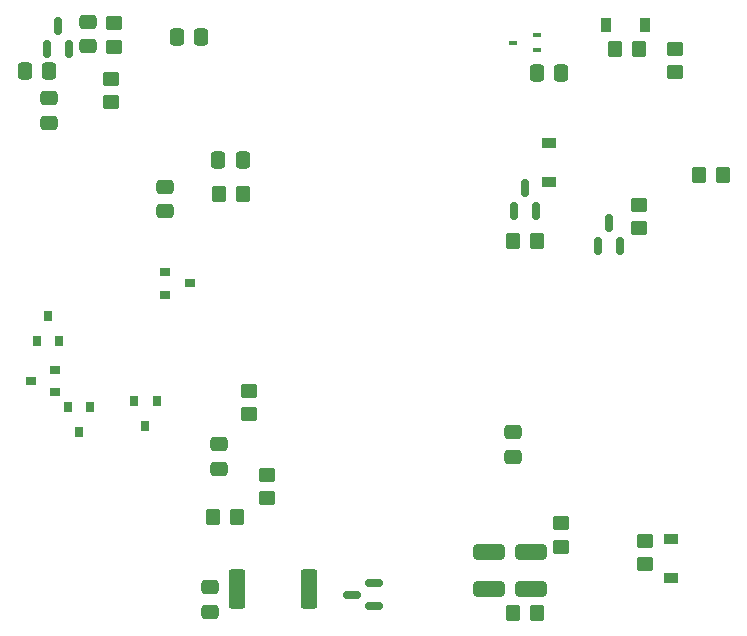
<source format=gbr>
%TF.GenerationSoftware,KiCad,Pcbnew,6.0.2+dfsg-1*%
%TF.CreationDate,2023-01-06T14:58:20-05:00*%
%TF.ProjectId,qwiic-obd,71776969-632d-46f6-9264-2e6b69636164,rev?*%
%TF.SameCoordinates,Original*%
%TF.FileFunction,Paste,Bot*%
%TF.FilePolarity,Positive*%
%FSLAX46Y46*%
G04 Gerber Fmt 4.6, Leading zero omitted, Abs format (unit mm)*
G04 Created by KiCad (PCBNEW 6.0.2+dfsg-1) date 2023-01-06 14:58:20*
%MOMM*%
%LPD*%
G01*
G04 APERTURE LIST*
G04 Aperture macros list*
%AMRoundRect*
0 Rectangle with rounded corners*
0 $1 Rounding radius*
0 $2 $3 $4 $5 $6 $7 $8 $9 X,Y pos of 4 corners*
0 Add a 4 corners polygon primitive as box body*
4,1,4,$2,$3,$4,$5,$6,$7,$8,$9,$2,$3,0*
0 Add four circle primitives for the rounded corners*
1,1,$1+$1,$2,$3*
1,1,$1+$1,$4,$5*
1,1,$1+$1,$6,$7*
1,1,$1+$1,$8,$9*
0 Add four rect primitives between the rounded corners*
20,1,$1+$1,$2,$3,$4,$5,0*
20,1,$1+$1,$4,$5,$6,$7,0*
20,1,$1+$1,$6,$7,$8,$9,0*
20,1,$1+$1,$8,$9,$2,$3,0*%
G04 Aperture macros list end*
%ADD10R,0.797560X0.899160*%
%ADD11R,0.899160X0.797560*%
%ADD12RoundRect,0.250000X0.475000X-0.337500X0.475000X0.337500X-0.475000X0.337500X-0.475000X-0.337500X0*%
%ADD13RoundRect,0.250000X-0.450000X0.350000X-0.450000X-0.350000X0.450000X-0.350000X0.450000X0.350000X0*%
%ADD14RoundRect,0.250000X-0.350000X-0.450000X0.350000X-0.450000X0.350000X0.450000X-0.350000X0.450000X0*%
%ADD15RoundRect,0.250000X-0.337500X-0.475000X0.337500X-0.475000X0.337500X0.475000X-0.337500X0.475000X0*%
%ADD16RoundRect,0.250000X-0.475000X0.337500X-0.475000X-0.337500X0.475000X-0.337500X0.475000X0.337500X0*%
%ADD17RoundRect,0.250000X0.450000X-0.350000X0.450000X0.350000X-0.450000X0.350000X-0.450000X-0.350000X0*%
%ADD18RoundRect,0.150000X0.150000X-0.587500X0.150000X0.587500X-0.150000X0.587500X-0.150000X-0.587500X0*%
%ADD19RoundRect,0.150000X0.587500X0.150000X-0.587500X0.150000X-0.587500X-0.150000X0.587500X-0.150000X0*%
%ADD20RoundRect,0.250000X0.337500X0.475000X-0.337500X0.475000X-0.337500X-0.475000X0.337500X-0.475000X0*%
%ADD21RoundRect,0.250000X0.350000X0.450000X-0.350000X0.450000X-0.350000X-0.450000X0.350000X-0.450000X0*%
%ADD22R,0.900000X1.200000*%
%ADD23R,0.700000X0.450000*%
%ADD24R,1.200000X0.900000*%
%ADD25RoundRect,0.250000X1.075000X-0.400000X1.075000X0.400000X-1.075000X0.400000X-1.075000X-0.400000X0*%
%ADD26RoundRect,0.249999X-0.450001X-1.425001X0.450001X-1.425001X0.450001X1.425001X-0.450001X1.425001X0*%
G04 APERTURE END LIST*
D10*
%TO.C,D102*%
X113979960Y-99931220D03*
X112080040Y-99931220D03*
X113030000Y-97833180D03*
%TD*%
D11*
%TO.C,D101*%
X113665000Y-102362000D03*
X113665000Y-104261920D03*
X111566960Y-103311960D03*
%TD*%
D12*
%TO.C,C301*%
X126746000Y-122852000D03*
X126746000Y-120777000D03*
%TD*%
D13*
%TO.C,R504*%
X118364000Y-77740000D03*
X118364000Y-79740000D03*
%TD*%
D14*
%TO.C,R502*%
X127540000Y-87527494D03*
X129540000Y-87527494D03*
%TD*%
D15*
%TO.C,C505*%
X127442559Y-84640565D03*
X129517559Y-84640565D03*
%TD*%
D16*
%TO.C,C512*%
X113157000Y-79375000D03*
X113157000Y-81450000D03*
%TD*%
D17*
%TO.C,R202*%
X131572000Y-113268000D03*
X131572000Y-111268000D03*
%TD*%
D18*
%TO.C,Q504*%
X114808000Y-75184000D03*
X112908000Y-75184000D03*
X113858000Y-73309000D03*
%TD*%
%TO.C,Q609*%
X161478000Y-91869500D03*
X159578000Y-91869500D03*
X160528000Y-89994500D03*
%TD*%
D10*
%TO.C,D103*%
X120335040Y-105046780D03*
X122234960Y-105046780D03*
X121285000Y-107144820D03*
%TD*%
D19*
%TO.C,Q301*%
X140637500Y-120462000D03*
X140637500Y-122362000D03*
X138762500Y-121412000D03*
%TD*%
D12*
%TO.C,C302*%
X127508000Y-110765500D03*
X127508000Y-108690500D03*
%TD*%
D14*
%TO.C,R706*%
X152416000Y-122936000D03*
X154416000Y-122936000D03*
%TD*%
D20*
%TO.C,C506*%
X126005500Y-74168000D03*
X123930500Y-74168000D03*
%TD*%
D13*
%TO.C,R204*%
X130048000Y-104156000D03*
X130048000Y-106156000D03*
%TD*%
D21*
%TO.C,R206*%
X129016000Y-114808000D03*
X127016000Y-114808000D03*
%TD*%
D10*
%TO.C,D104*%
X114686080Y-105537000D03*
X116586000Y-105537000D03*
X115636040Y-107635040D03*
%TD*%
D21*
%TO.C,R617*%
X163052000Y-75184000D03*
X161052000Y-75184000D03*
%TD*%
D22*
%TO.C,D604*%
X160276000Y-73152000D03*
X163576000Y-73152000D03*
%TD*%
D17*
%TO.C,R614*%
X166116000Y-77200000D03*
X166116000Y-75200000D03*
%TD*%
D11*
%TO.C,D105*%
X122936000Y-96012000D03*
X122936000Y-94112080D03*
X125034040Y-95062040D03*
%TD*%
D15*
%TO.C,C604*%
X154410500Y-77216000D03*
X156485500Y-77216000D03*
%TD*%
D23*
%TO.C,D605*%
X154416000Y-74026000D03*
X154416000Y-75326000D03*
X152416000Y-74676000D03*
%TD*%
D14*
%TO.C,R601*%
X152416000Y-91440000D03*
X154416000Y-91440000D03*
%TD*%
D24*
%TO.C,D701*%
X165762984Y-116718122D03*
X165762984Y-120018122D03*
%TD*%
D13*
%TO.C,R505*%
X118618000Y-73025000D03*
X118618000Y-75025000D03*
%TD*%
D25*
%TO.C,R702*%
X153924000Y-120930000D03*
X153924000Y-117830000D03*
%TD*%
D12*
%TO.C,C801*%
X152400000Y-109749500D03*
X152400000Y-107674500D03*
%TD*%
D26*
%TO.C,R303*%
X129030000Y-120904000D03*
X135130000Y-120904000D03*
%TD*%
D13*
%TO.C,R616*%
X163068000Y-88408000D03*
X163068000Y-90408000D03*
%TD*%
D24*
%TO.C,D601*%
X155448000Y-83186000D03*
X155448000Y-86486000D03*
%TD*%
D20*
%TO.C,C507*%
X113139000Y-77057500D03*
X111064000Y-77057500D03*
%TD*%
D13*
%TO.C,R701*%
X156464000Y-115348000D03*
X156464000Y-117348000D03*
%TD*%
D25*
%TO.C,R703*%
X150368000Y-120930000D03*
X150368000Y-117830000D03*
%TD*%
D14*
%TO.C,R609*%
X168164000Y-85852000D03*
X170164000Y-85852000D03*
%TD*%
D17*
%TO.C,R704*%
X163576000Y-118856000D03*
X163576000Y-116856000D03*
%TD*%
D16*
%TO.C,C511*%
X116459000Y-72898000D03*
X116459000Y-74973000D03*
%TD*%
D12*
%TO.C,C503*%
X122936000Y-88943000D03*
X122936000Y-86868000D03*
%TD*%
D18*
%TO.C,Q601*%
X154366000Y-88900000D03*
X152466000Y-88900000D03*
X153416000Y-87025000D03*
%TD*%
M02*

</source>
